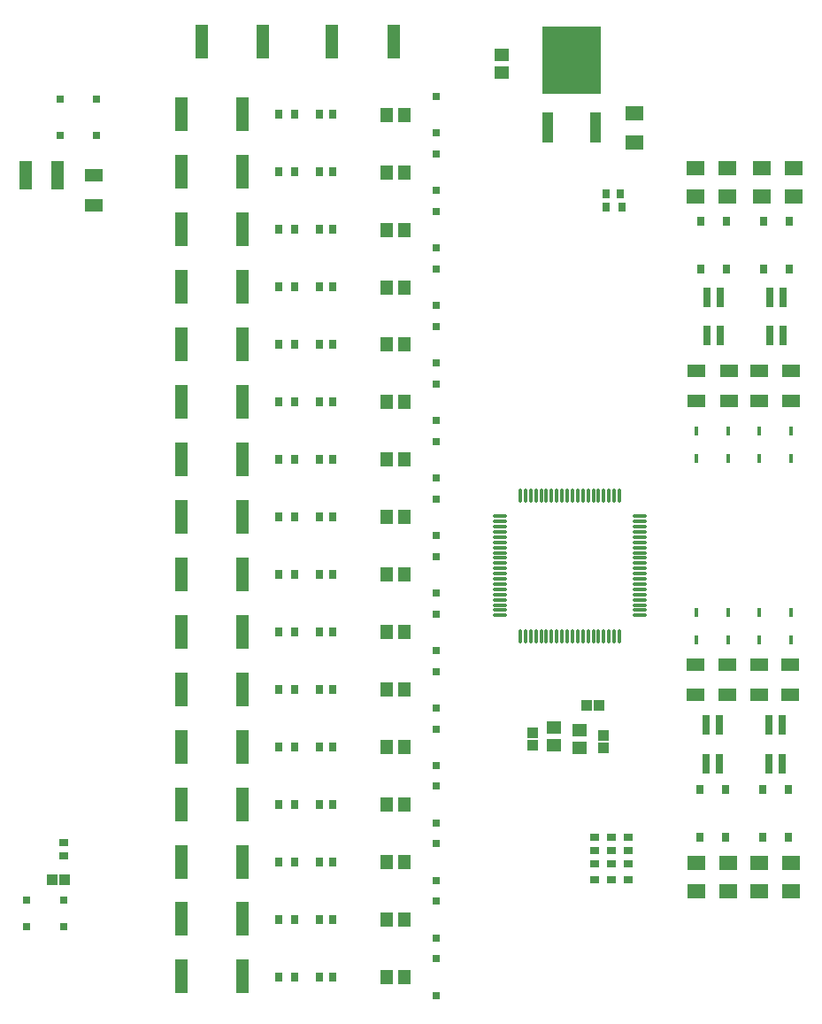
<source format=gtp>
G04*
G04 #@! TF.GenerationSoftware,Altium Limited,Altium Designer,18.1.11 (251)*
G04*
G04 Layer_Color=8421504*
%FSLAX25Y25*%
%MOIN*%
G70*
G01*
G75*
%ADD17R,0.02559X0.03347*%
%ADD18R,0.03347X0.02559*%
%ADD19R,0.03740X0.03150*%
%ADD20R,0.03150X0.03740*%
%ADD21R,0.05709X0.04921*%
%ADD22R,0.07087X0.05315*%
%ADD23R,0.06890X0.04528*%
%ADD24R,0.03937X0.11811*%
%ADD25R,0.21850X0.25197*%
%ADD26R,0.01772X0.03347*%
%ADD27R,0.03150X0.02756*%
%ADD28R,0.03937X0.03937*%
%ADD29R,0.03937X0.03937*%
%ADD30R,0.04528X0.10630*%
%ADD31O,0.05709X0.01181*%
%ADD32O,0.01181X0.05709*%
%ADD33R,0.03150X0.03347*%
%ADD34R,0.02756X0.07677*%
%ADD35R,0.04921X0.05709*%
%ADD36R,0.02756X0.03150*%
%ADD37R,0.04724X0.12992*%
D17*
X123819Y28543D02*
D03*
X117913D02*
D03*
X123819Y50210D02*
D03*
X117913D02*
D03*
X123819Y71877D02*
D03*
X117913D02*
D03*
X123819Y93543D02*
D03*
X117913D02*
D03*
X123819Y115210D02*
D03*
X117913D02*
D03*
X123819Y136877D02*
D03*
X117913D02*
D03*
X123819Y158543D02*
D03*
X117913D02*
D03*
X123819Y180210D02*
D03*
X117913D02*
D03*
X123819Y201877D02*
D03*
X117913D02*
D03*
X123819Y223543D02*
D03*
X117913D02*
D03*
X123819Y245210D02*
D03*
X117913D02*
D03*
X123819Y266877D02*
D03*
X117913D02*
D03*
X123819Y288543D02*
D03*
X117913D02*
D03*
X123819Y310210D02*
D03*
X117913D02*
D03*
X241339Y318504D02*
D03*
X247244D02*
D03*
X117913Y353543D02*
D03*
X123819D02*
D03*
X117913Y331876D02*
D03*
X123819D02*
D03*
D18*
X237012Y71063D02*
D03*
Y65158D02*
D03*
X249606Y71063D02*
D03*
Y65158D02*
D03*
X243309Y71063D02*
D03*
Y65158D02*
D03*
D19*
X237008Y76181D02*
D03*
Y81299D02*
D03*
X37008Y79331D02*
D03*
Y74213D02*
D03*
X243307Y81299D02*
D03*
Y76181D02*
D03*
X249606Y81299D02*
D03*
Y76181D02*
D03*
D20*
X246457Y323622D02*
D03*
X241339D02*
D03*
X133268Y28543D02*
D03*
X138386D02*
D03*
X133268Y50210D02*
D03*
X138386D02*
D03*
X133268Y71877D02*
D03*
X138386D02*
D03*
X133268Y93543D02*
D03*
X138386D02*
D03*
X133268Y115210D02*
D03*
X138386D02*
D03*
X133268Y136877D02*
D03*
X138386D02*
D03*
X133268Y158543D02*
D03*
X138386D02*
D03*
X133268Y180210D02*
D03*
X138386D02*
D03*
X133268Y201877D02*
D03*
X138386D02*
D03*
X133268Y223543D02*
D03*
X138386D02*
D03*
X133268Y245210D02*
D03*
X138386D02*
D03*
X133268Y266877D02*
D03*
X138386D02*
D03*
X133268Y288543D02*
D03*
X138386D02*
D03*
X133268Y310210D02*
D03*
X138386D02*
D03*
X133268Y331876D02*
D03*
X138386D02*
D03*
X133268Y353543D02*
D03*
X138386D02*
D03*
D21*
X201772Y369291D02*
D03*
Y375984D02*
D03*
X231299Y121457D02*
D03*
Y114764D02*
D03*
X221457Y115748D02*
D03*
Y122441D02*
D03*
D22*
X300000Y322441D02*
D03*
Y333268D02*
D03*
X287008Y322441D02*
D03*
Y333268D02*
D03*
X274803Y322441D02*
D03*
Y333268D02*
D03*
X311811Y322539D02*
D03*
Y333366D02*
D03*
X251969Y353839D02*
D03*
Y343012D02*
D03*
X275098Y71555D02*
D03*
Y60728D02*
D03*
X287073Y71555D02*
D03*
Y60728D02*
D03*
X311024Y71555D02*
D03*
Y60728D02*
D03*
X299048Y71555D02*
D03*
Y60728D02*
D03*
D23*
X275000Y135039D02*
D03*
Y146260D02*
D03*
X286877Y135039D02*
D03*
Y146260D02*
D03*
X310630Y135039D02*
D03*
Y146260D02*
D03*
X311024Y256890D02*
D03*
Y245669D02*
D03*
X298950Y256890D02*
D03*
Y245669D02*
D03*
X287402Y256791D02*
D03*
Y245571D02*
D03*
X275197Y256840D02*
D03*
Y245620D02*
D03*
X298753Y135039D02*
D03*
Y146260D02*
D03*
X48228Y319193D02*
D03*
Y330413D02*
D03*
D24*
X219331Y348622D02*
D03*
X237362D02*
D03*
D25*
X228346Y374016D02*
D03*
D26*
X275197Y155413D02*
D03*
Y165847D02*
D03*
X287073D02*
D03*
Y155413D02*
D03*
X298950D02*
D03*
Y165847D02*
D03*
X310827D02*
D03*
Y155413D02*
D03*
Y234350D02*
D03*
Y223917D02*
D03*
X298950D02*
D03*
Y234350D02*
D03*
X287073D02*
D03*
Y223917D02*
D03*
X275197D02*
D03*
Y234350D02*
D03*
D27*
X23031Y57480D02*
D03*
X36811D02*
D03*
X23031Y47638D02*
D03*
X36811D02*
D03*
X35433Y345472D02*
D03*
X49213D02*
D03*
X35433Y359252D02*
D03*
X49213D02*
D03*
D28*
X240158Y114764D02*
D03*
Y119488D02*
D03*
X213583Y120472D02*
D03*
Y115748D02*
D03*
D29*
X233858Y130905D02*
D03*
X238583D02*
D03*
X32480Y65354D02*
D03*
X37205D02*
D03*
D30*
X22539Y330709D02*
D03*
X34547D02*
D03*
D31*
X201083Y202165D02*
D03*
Y200197D02*
D03*
Y198228D02*
D03*
Y196260D02*
D03*
Y194291D02*
D03*
Y192323D02*
D03*
Y190354D02*
D03*
Y188386D02*
D03*
Y186417D02*
D03*
Y184449D02*
D03*
Y182480D02*
D03*
Y180512D02*
D03*
Y178543D02*
D03*
Y176575D02*
D03*
Y174606D02*
D03*
Y172638D02*
D03*
Y170669D02*
D03*
Y168701D02*
D03*
Y166732D02*
D03*
Y164764D02*
D03*
X254035D02*
D03*
Y166732D02*
D03*
Y168701D02*
D03*
Y170669D02*
D03*
Y172638D02*
D03*
Y174606D02*
D03*
Y176575D02*
D03*
Y178543D02*
D03*
Y180512D02*
D03*
Y182480D02*
D03*
Y184449D02*
D03*
Y186417D02*
D03*
Y188386D02*
D03*
Y190354D02*
D03*
Y192323D02*
D03*
Y194291D02*
D03*
Y196260D02*
D03*
Y198228D02*
D03*
Y200197D02*
D03*
Y202165D02*
D03*
D32*
X208858Y156988D02*
D03*
X210827D02*
D03*
X212795D02*
D03*
X214764D02*
D03*
X216732D02*
D03*
X218701D02*
D03*
X220669D02*
D03*
X222638D02*
D03*
X224606D02*
D03*
X226575D02*
D03*
X228543D02*
D03*
X230512D02*
D03*
X232480D02*
D03*
X234449D02*
D03*
X236417D02*
D03*
X238386D02*
D03*
X240354D02*
D03*
X242323D02*
D03*
X244291D02*
D03*
X246260D02*
D03*
Y209941D02*
D03*
X244291D02*
D03*
X242323D02*
D03*
X240354D02*
D03*
X238386D02*
D03*
X236417D02*
D03*
X234449D02*
D03*
X232480D02*
D03*
X230512D02*
D03*
X228543D02*
D03*
X226575D02*
D03*
X224606D02*
D03*
X222638D02*
D03*
X220669D02*
D03*
X218701D02*
D03*
X216732D02*
D03*
X214764D02*
D03*
X212795D02*
D03*
X210827D02*
D03*
X208858D02*
D03*
D33*
X276476Y99311D02*
D03*
X286319D02*
D03*
X276476Y81201D02*
D03*
X286319D02*
D03*
X300098Y99311D02*
D03*
X309941D02*
D03*
X300098Y81201D02*
D03*
X309941D02*
D03*
X310335Y295276D02*
D03*
X300492D02*
D03*
X310335Y313386D02*
D03*
X300492D02*
D03*
X286713Y295276D02*
D03*
X276870D02*
D03*
X286713Y313386D02*
D03*
X276870D02*
D03*
D34*
X283996Y108957D02*
D03*
X278996D02*
D03*
X283996Y123524D02*
D03*
X278996D02*
D03*
X307618Y108957D02*
D03*
X302618D02*
D03*
X307618Y123524D02*
D03*
X302618D02*
D03*
X307756Y270079D02*
D03*
X302756D02*
D03*
X307756Y284646D02*
D03*
X302756D02*
D03*
X284252Y270079D02*
D03*
X279252D02*
D03*
X284252Y284646D02*
D03*
X279252D02*
D03*
D35*
X158563Y28543D02*
D03*
X165256D02*
D03*
X158563Y50197D02*
D03*
X165256D02*
D03*
X158563Y71850D02*
D03*
X165256D02*
D03*
X158563Y93504D02*
D03*
X165256D02*
D03*
X158563Y115157D02*
D03*
X165256D02*
D03*
X158563Y136811D02*
D03*
X165256D02*
D03*
X158563Y158465D02*
D03*
X165256D02*
D03*
X158563Y180118D02*
D03*
X165256D02*
D03*
X158563Y201772D02*
D03*
X165256D02*
D03*
X158563Y223425D02*
D03*
X165256D02*
D03*
X158563Y245079D02*
D03*
X165256D02*
D03*
X158563Y266732D02*
D03*
X165256D02*
D03*
X158563Y288386D02*
D03*
X165256D02*
D03*
X158563Y310039D02*
D03*
X165256D02*
D03*
X158563Y331693D02*
D03*
X165256D02*
D03*
X158563Y353346D02*
D03*
X165256D02*
D03*
D36*
X177165Y35433D02*
D03*
Y21654D02*
D03*
Y43307D02*
D03*
Y57087D02*
D03*
Y78740D02*
D03*
Y64961D02*
D03*
Y86614D02*
D03*
Y100394D02*
D03*
Y122047D02*
D03*
Y108268D02*
D03*
Y129921D02*
D03*
Y143701D02*
D03*
Y165354D02*
D03*
Y151575D02*
D03*
Y173228D02*
D03*
Y187008D02*
D03*
Y208661D02*
D03*
Y194882D02*
D03*
X177166Y216535D02*
D03*
Y230315D02*
D03*
Y251969D02*
D03*
Y238189D02*
D03*
Y259842D02*
D03*
Y273622D02*
D03*
X177165Y295276D02*
D03*
Y281496D02*
D03*
Y303150D02*
D03*
Y316929D02*
D03*
X177165Y338583D02*
D03*
Y324803D02*
D03*
X177165Y346457D02*
D03*
Y360236D02*
D03*
D37*
X104331Y28740D02*
D03*
X81102D02*
D03*
X104331Y50394D02*
D03*
X81102D02*
D03*
X104331Y72047D02*
D03*
X81102D02*
D03*
X104331Y93701D02*
D03*
X81102D02*
D03*
X104331Y115354D02*
D03*
X81102D02*
D03*
X104331Y137008D02*
D03*
X81102D02*
D03*
X104331Y158661D02*
D03*
X81102D02*
D03*
X104331Y180315D02*
D03*
X81102D02*
D03*
X104331Y201969D02*
D03*
X81102D02*
D03*
X104331Y223622D02*
D03*
X81102D02*
D03*
X104331Y245276D02*
D03*
X81102D02*
D03*
X104331Y266929D02*
D03*
X81102D02*
D03*
X104331Y288583D02*
D03*
X81102D02*
D03*
X104331Y310236D02*
D03*
X81102D02*
D03*
X104331Y331890D02*
D03*
X81102D02*
D03*
X104331Y353543D02*
D03*
X81102D02*
D03*
X112008Y380906D02*
D03*
X88779D02*
D03*
X161221D02*
D03*
X137992D02*
D03*
M02*

</source>
